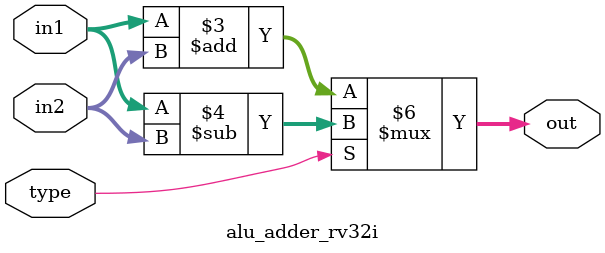
<source format=v>

module alu_adder_rv32i (
    input  wire [31:0] in1,
    input  wire [31:0] in2,
    input  wire        type, // 0 untuk ADD, 1 untuk SUB
    output reg  [31:0] out
);

    always @(*) begin
        if (type == 1'b0) begin
            // Operasi Penjumlahan
            out = in1 + in2;
        end else begin
            // Operasi Pengurangan
            out = in1 - in2;
        end
    end

endmodule
</source>
